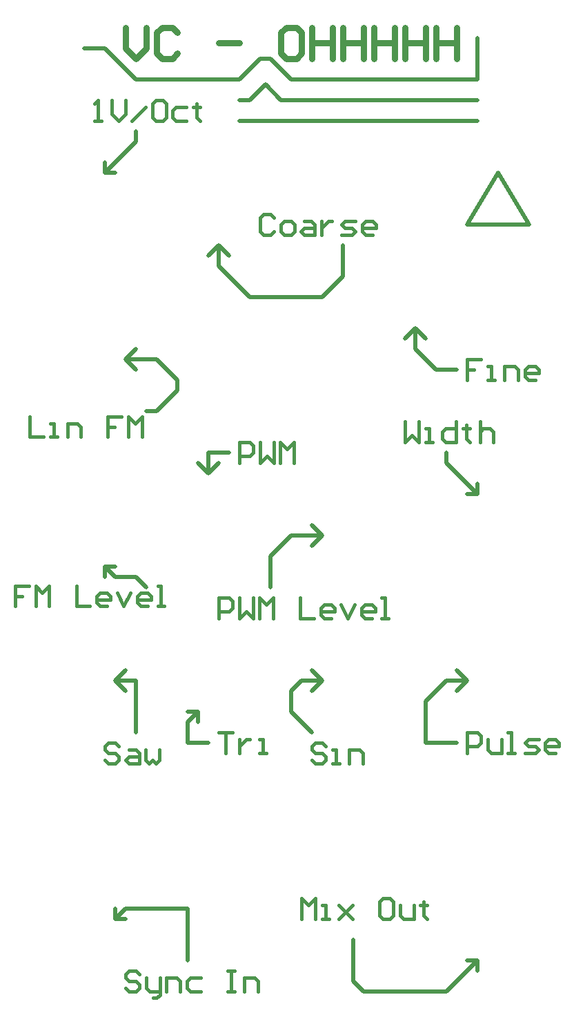
<source format=gto>
G04 Layer_Color=65535*
%FSLAX25Y25*%
%MOIN*%
G70*
G01*
G75*
%ADD10C,0.02000*%
%ADD13C,0.01500*%
%ADD14C,0.03000*%
D10*
X225000Y400300D02*
X255000D01*
X240000Y425300D02*
X255000Y400300D01*
X225000D02*
X240000Y425300D01*
X230000Y40300D02*
Y45300D01*
X225000D02*
X230000D01*
X225000D02*
X230000D01*
X55000Y65300D02*
X60000D01*
X55000D02*
Y70300D01*
Y65300D02*
X60000Y70300D01*
X90000D01*
Y45300D02*
Y70300D01*
X215000Y30300D02*
X230000Y45300D01*
X175000Y30300D02*
X215000D01*
X170000Y35300D02*
X175000Y30300D01*
X170000Y35300D02*
Y55300D01*
X150000Y175300D02*
X155000Y180300D01*
X150000Y185300D02*
X155000Y180300D01*
X150000Y185300D02*
X155000Y180300D01*
X145000D02*
X155000D01*
X140000Y175300D02*
X145000Y180300D01*
X140000Y165300D02*
Y175300D01*
Y165300D02*
X150000Y155300D01*
Y245300D02*
X155000Y250300D01*
X150000Y255300D02*
X155000Y250300D01*
X150000Y255300D02*
X155000Y250300D01*
X140000D02*
X155000D01*
X130000Y240300D02*
X140000Y250300D01*
X130000Y225300D02*
Y240300D01*
X220000Y175300D02*
X225000Y180300D01*
X220000Y185300D02*
X225000Y180300D01*
X220000Y185300D02*
X225000Y180300D01*
X215000D02*
X225000D01*
X205000Y170300D02*
X215000Y180300D01*
X205000Y150300D02*
Y170300D01*
Y150300D02*
X220000D01*
X95000Y160300D02*
Y165300D01*
X90000D02*
X95000D01*
X90000D02*
X95000D01*
X90000Y160300D02*
X95000Y165300D01*
X90000Y150300D02*
Y160300D01*
Y150300D02*
X100000D01*
X55000Y180300D02*
X60000Y175300D01*
X55000Y180300D02*
X60000Y185300D01*
X55000Y180300D02*
X60000Y185300D01*
X55000Y180300D02*
X65000D01*
Y165300D02*
Y180300D01*
Y155300D02*
Y165300D01*
X225000Y270300D02*
X230000D01*
Y275300D01*
Y270300D02*
Y275300D01*
X215000Y285300D02*
X230000Y270300D01*
X215000Y285300D02*
Y290300D01*
X65000Y230300D02*
X70000Y225300D01*
X50000Y235300D02*
X55000D01*
X50000Y230300D02*
Y235300D01*
Y230300D02*
Y235300D01*
X55000Y230300D01*
X65000D01*
X100000Y280300D02*
X105000Y285300D01*
X95000D02*
X100000Y280300D01*
X95000Y285300D02*
X100000Y280300D01*
Y290300D01*
X110000D01*
X60000Y335300D02*
X65000Y330300D01*
X60000Y335300D02*
X65000Y340300D01*
X60000Y335300D02*
X65000Y340300D01*
X60000Y335300D02*
X75000D01*
X80000Y330300D01*
X75000Y335300D02*
X85000Y325300D01*
Y320300D02*
Y325300D01*
X75000Y310300D02*
X85000Y320300D01*
X70000Y310300D02*
X75000D01*
X200000Y350300D02*
X205000Y345300D01*
X195000D02*
X200000Y350300D01*
Y340300D02*
Y350300D01*
Y340300D02*
X210000Y330300D01*
X220000D01*
X105000Y390300D02*
X110000Y385300D01*
X100000D02*
X105000Y390300D01*
Y380300D02*
Y390300D01*
Y380300D02*
X110000Y375300D01*
X120000Y365300D01*
X125000D01*
X155000D01*
X165000Y375300D01*
Y390300D01*
X115000Y450300D02*
X230000D01*
X115000Y460300D02*
X120000D01*
X135000D02*
X230000D01*
X127500Y467800D02*
X135000Y460300D01*
X120000D02*
X127500Y467800D01*
X230000Y470300D02*
Y490300D01*
X140000Y470300D02*
X230000D01*
X130000Y480300D02*
X140000Y470300D01*
X125000Y480300D02*
X130000D01*
X115000Y470300D02*
X125000Y480300D01*
X65000Y470300D02*
X115000D01*
X50000Y485300D02*
X65000Y470300D01*
X40000Y485300D02*
X50000D01*
Y425300D02*
X55000D01*
X50000D02*
Y430300D01*
Y425300D02*
Y430300D01*
Y425300D02*
X55000Y430300D01*
X65000Y440300D01*
Y445300D01*
D13*
X156553Y148492D02*
X154915Y150130D01*
X151638D01*
X150000Y148492D01*
Y146853D01*
X151638Y145215D01*
X154915D01*
X156553Y143577D01*
Y141938D01*
X154915Y140300D01*
X151638D01*
X150000Y141938D01*
X159830Y140300D02*
X163107D01*
X161469D01*
Y146853D01*
X159830D01*
X168022Y140300D02*
Y146853D01*
X172937D01*
X174575Y145215D01*
Y140300D01*
X225000Y145300D02*
Y155130D01*
X229915D01*
X231553Y153492D01*
Y150215D01*
X229915Y148577D01*
X225000D01*
X234830Y151854D02*
Y146938D01*
X236469Y145300D01*
X241384D01*
Y151854D01*
X244660Y145300D02*
X247937D01*
X246299D01*
Y155130D01*
X244660D01*
X252852Y145300D02*
X257767D01*
X259405Y146938D01*
X257767Y148577D01*
X254490D01*
X252852Y150215D01*
X254490Y151854D01*
X259405D01*
X267597Y145300D02*
X264321D01*
X262682Y146938D01*
Y150215D01*
X264321Y151854D01*
X267597D01*
X269236Y150215D01*
Y148577D01*
X262682D01*
X131553Y403492D02*
X129915Y405130D01*
X126638D01*
X125000Y403492D01*
Y396938D01*
X126638Y395300D01*
X129915D01*
X131553Y396938D01*
X136469Y395300D02*
X139745D01*
X141384Y396938D01*
Y400215D01*
X139745Y401854D01*
X136469D01*
X134830Y400215D01*
Y396938D01*
X136469Y395300D01*
X146299Y401854D02*
X149575D01*
X151214Y400215D01*
Y395300D01*
X146299D01*
X144660Y396938D01*
X146299Y398577D01*
X151214D01*
X154490Y401854D02*
Y395300D01*
Y398577D01*
X156129Y400215D01*
X157767Y401854D01*
X159406D01*
X164321Y395300D02*
X169236D01*
X170874Y396938D01*
X169236Y398577D01*
X165959D01*
X164321Y400215D01*
X165959Y401854D01*
X170874D01*
X179066Y395300D02*
X175789D01*
X174151Y396938D01*
Y400215D01*
X175789Y401854D01*
X179066D01*
X180704Y400215D01*
Y398577D01*
X174151D01*
X45000Y450300D02*
X48277D01*
X46638D01*
Y460130D01*
X45000Y458492D01*
X53192Y460130D02*
Y453577D01*
X56468Y450300D01*
X59745Y453577D01*
Y460130D01*
X63022Y450300D02*
X69575Y456853D01*
X77767Y460130D02*
X74490D01*
X72852Y458492D01*
Y451938D01*
X74490Y450300D01*
X77767D01*
X79405Y451938D01*
Y458492D01*
X77767Y460130D01*
X89236Y456853D02*
X84321D01*
X82682Y455215D01*
Y451938D01*
X84321Y450300D01*
X89236D01*
X94151Y458492D02*
Y456853D01*
X92512D01*
X95789D01*
X94151D01*
Y451938D01*
X95789Y450300D01*
X13680Y307512D02*
Y297682D01*
X20233D01*
X23510D02*
X26787D01*
X25148D01*
Y304235D01*
X23510D01*
X31702Y297682D02*
Y304235D01*
X36617D01*
X38255Y302597D01*
Y297682D01*
X57915Y307512D02*
X51362D01*
Y302597D01*
X54639D01*
X51362D01*
Y297682D01*
X61192D02*
Y307512D01*
X64469Y304235D01*
X67746Y307512D01*
Y297682D01*
X231553Y335130D02*
X225000D01*
Y330215D01*
X228277D01*
X225000D01*
Y325300D01*
X234830D02*
X238107D01*
X236469D01*
Y331854D01*
X234830D01*
X243022Y325300D02*
Y331854D01*
X247937D01*
X249575Y330215D01*
Y325300D01*
X257767D02*
X254490D01*
X252852Y326938D01*
Y330215D01*
X254490Y331854D01*
X257767D01*
X259405Y330215D01*
Y328577D01*
X252852D01*
X13106Y225876D02*
X6553D01*
Y220961D01*
X9829D01*
X6553D01*
Y216046D01*
X16383D02*
Y225876D01*
X19659Y222599D01*
X22936Y225876D01*
Y216046D01*
X36043Y225876D02*
Y216046D01*
X42596D01*
X50788D02*
X47511D01*
X45873Y217684D01*
Y220961D01*
X47511Y222599D01*
X50788D01*
X52426Y220961D01*
Y219322D01*
X45873D01*
X55703Y222599D02*
X58980Y216046D01*
X62257Y222599D01*
X70448Y216046D02*
X67172D01*
X65533Y217684D01*
Y220961D01*
X67172Y222599D01*
X70448D01*
X72087Y220961D01*
Y219322D01*
X65533D01*
X75363Y216046D02*
X78640D01*
X77002D01*
Y225876D01*
X75363D01*
X105000Y210300D02*
Y220130D01*
X109915D01*
X111553Y218492D01*
Y215215D01*
X109915Y213577D01*
X105000D01*
X114830Y220130D02*
Y210300D01*
X118107Y213577D01*
X121384Y210300D01*
Y220130D01*
X124660Y210300D02*
Y220130D01*
X127937Y216853D01*
X131214Y220130D01*
Y210300D01*
X144321Y220130D02*
Y210300D01*
X150874D01*
X159066D02*
X155789D01*
X154151Y211938D01*
Y215215D01*
X155789Y216853D01*
X159066D01*
X160704Y215215D01*
Y213577D01*
X154151D01*
X163981Y216853D02*
X167258Y210300D01*
X170534Y216853D01*
X178726Y210300D02*
X175449D01*
X173811Y211938D01*
Y215215D01*
X175449Y216853D01*
X178726D01*
X180365Y215215D01*
Y213577D01*
X173811D01*
X183641Y210300D02*
X186918D01*
X185280D01*
Y220130D01*
X183641D01*
X115000Y285300D02*
Y295130D01*
X119915D01*
X121553Y293492D01*
Y290215D01*
X119915Y288577D01*
X115000D01*
X124830Y295130D02*
Y285300D01*
X128107Y288577D01*
X131384Y285300D01*
Y295130D01*
X134660Y285300D02*
Y295130D01*
X137937Y291853D01*
X141214Y295130D01*
Y285300D01*
X195000Y305130D02*
Y295300D01*
X198277Y298577D01*
X201553Y295300D01*
Y305130D01*
X204830Y295300D02*
X208107D01*
X206469D01*
Y301853D01*
X204830D01*
X219575Y305130D02*
Y295300D01*
X214660D01*
X213022Y296938D01*
Y300215D01*
X214660Y301853D01*
X219575D01*
X224490Y303492D02*
Y301853D01*
X222852D01*
X226129D01*
X224490D01*
Y296938D01*
X226129Y295300D01*
X231044Y305130D02*
Y295300D01*
Y300215D01*
X232682Y301853D01*
X235959D01*
X237597Y300215D01*
Y295300D01*
X66553Y38492D02*
X64915Y40130D01*
X61638D01*
X60000Y38492D01*
Y36854D01*
X61638Y35215D01*
X64915D01*
X66553Y33577D01*
Y31938D01*
X64915Y30300D01*
X61638D01*
X60000Y31938D01*
X69830Y36854D02*
Y31938D01*
X71469Y30300D01*
X76384D01*
Y28662D01*
X74745Y27023D01*
X73107D01*
X76384Y30300D02*
Y36854D01*
X79660Y30300D02*
Y36854D01*
X84575D01*
X86214Y35215D01*
Y30300D01*
X96044Y36854D02*
X91129D01*
X89490Y35215D01*
Y31938D01*
X91129Y30300D01*
X96044D01*
X109151Y40130D02*
X112427D01*
X110789D01*
Y30300D01*
X109151D01*
X112427D01*
X117342D02*
Y36854D01*
X122258D01*
X123896Y35215D01*
Y30300D01*
X105000Y155130D02*
X111553D01*
X108277D01*
Y145300D01*
X114830Y151854D02*
Y145300D01*
Y148577D01*
X116469Y150215D01*
X118107Y151854D01*
X119745D01*
X124660Y145300D02*
X127937D01*
X126299D01*
Y151854D01*
X124660D01*
X56553Y148492D02*
X54915Y150130D01*
X51638D01*
X50000Y148492D01*
Y146853D01*
X51638Y145215D01*
X54915D01*
X56553Y143577D01*
Y141938D01*
X54915Y140300D01*
X51638D01*
X50000Y141938D01*
X61468Y146853D02*
X64745D01*
X66384Y145215D01*
Y140300D01*
X61468D01*
X59830Y141938D01*
X61468Y143577D01*
X66384D01*
X69660Y146853D02*
Y141938D01*
X71299Y140300D01*
X72937Y141938D01*
X74575Y140300D01*
X76214Y141938D01*
Y146853D01*
X145000Y65300D02*
Y75130D01*
X148277Y71854D01*
X151553Y75130D01*
Y65300D01*
X154830D02*
X158107D01*
X156468D01*
Y71854D01*
X154830D01*
X163022D02*
X169575Y65300D01*
X166299Y68577D01*
X169575Y71854D01*
X163022Y65300D01*
X187597Y75130D02*
X184321D01*
X182682Y73492D01*
Y66938D01*
X184321Y65300D01*
X187597D01*
X189236Y66938D01*
Y73492D01*
X187597Y75130D01*
X192512Y71854D02*
Y66938D01*
X194151Y65300D01*
X199066D01*
Y71854D01*
X203981Y73492D02*
Y71854D01*
X202343D01*
X205619D01*
X203981D01*
Y66938D01*
X205619Y65300D01*
D14*
X60000Y495295D02*
Y485298D01*
X64998Y480300D01*
X69997Y485298D01*
Y495295D01*
X84992Y492796D02*
X82493Y495295D01*
X77494D01*
X74995Y492796D01*
Y482799D01*
X77494Y480300D01*
X82493D01*
X84992Y482799D01*
X104985Y487798D02*
X114982D01*
X142473Y495295D02*
X137475D01*
X134976Y492796D01*
Y482799D01*
X137475Y480300D01*
X142473D01*
X144973Y482799D01*
Y492796D01*
X142473Y495295D01*
X149971D02*
Y480300D01*
Y487798D01*
X159968D01*
Y495295D01*
Y480300D01*
X164966Y495295D02*
Y480300D01*
Y487798D01*
X174963D01*
Y495295D01*
Y480300D01*
X179961Y495295D02*
Y480300D01*
Y487798D01*
X189958D01*
Y495295D01*
Y480300D01*
X194956Y495295D02*
Y480300D01*
Y487798D01*
X204953D01*
Y495295D01*
Y480300D01*
X209951Y495295D02*
Y480300D01*
Y487798D01*
X219948D01*
Y495295D01*
Y480300D01*
M02*

</source>
